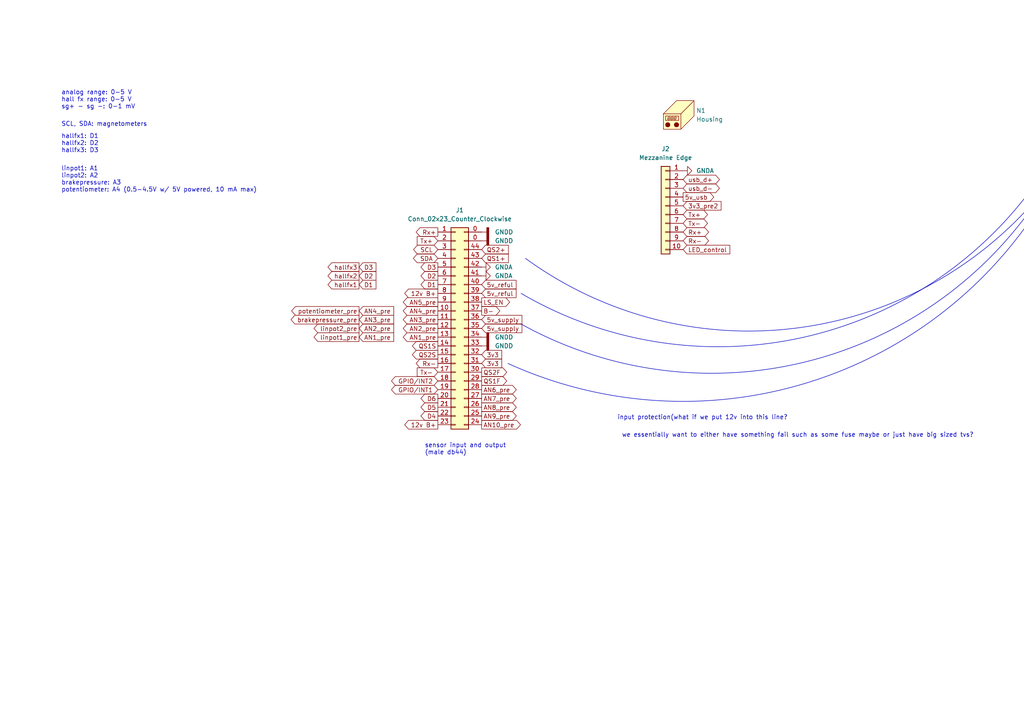
<source format=kicad_sch>
(kicad_sch (version 20231120) (generator "eeschema") (generator_version "8.0")
  (paper "A4")
  (lib_symbols
    (symbol "Connector_Generic:Conn_01x10" (pin_names (offset 1.016) hide)
      (property "Reference" "J" (at 0 12.7 0))
      (property "Value" "Conn_01x10" (at 0 -15.24 0))
      (symbol "Conn_01x10_1_1"
        (rectangle (start -1.27 -12.573) (end 0 -12.827) (stroke (width 0.1524)))
        (rectangle (start -1.27 -10.033) (end 0 -10.287) (stroke (width 0.1524)))
        (rectangle (start -1.27 -7.493) (end 0 -7.747) (stroke (width 0.1524)))
        (rectangle (start -1.27 -4.953) (end 0 -5.207) (stroke (width 0.1524)))
        (rectangle (start -1.27 -2.413) (end 0 -2.667) (stroke (width 0.1524)))
        (rectangle (start -1.27 0.127) (end 0 -0.127) (stroke (width 0.1524)))
        (rectangle (start -1.27 2.667) (end 0 2.413) (stroke (width 0.1524)))
        (rectangle (start -1.27 5.207) (end 0 4.953) (stroke (width 0.1524)))
        (rectangle (start -1.27 7.747) (end 0 7.493) (stroke (width 0.1524)))
        (rectangle (start -1.27 10.287) (end 0 10.033) (stroke (width 0.1524)))
        (rectangle (start -1.27 11.43) (end 1.27 -13.97) (stroke (width 0.254)) (fill (type background)))
        (pin passive line (at -5.08 10.16 0) (length 3.81) (name "Pin_1") (number "1"))
        (pin passive line (at -5.08 -12.7 0) (length 3.81) (name "Pin_10") (number "10"))
        (pin passive line (at -5.08 7.62 0) (length 3.81) (name "Pin_2") (number "2"))
        (pin passive line (at -5.08 5.08 0) (length 3.81) (name "Pin_3") (number "3"))
        (pin passive line (at -5.08 2.54 0) (length 3.81) (name "Pin_4") (number "4"))
        (pin passive line (at -5.08 0 0) (length 3.81) (name "Pin_5") (number "5"))
        (pin passive line (at -5.08 -2.54 0) (length 3.81) (name "Pin_6") (number "6"))
        (pin passive line (at -5.08 -5.08 0) (length 3.81) (name "Pin_7") (number "7"))
        (pin passive line (at -5.08 -7.62 0) (length 3.81) (name "Pin_8") (number "8"))
        (pin passive line (at -5.08 -10.16 0) (length 3.81) (name "Pin_9") (number "9"))
      )
    )
    (symbol "Connector_Generic:Conn_02x23_Counter_Clockwise" (pin_names (offset 1.016) hide)
      (property "Reference" "J2" (at 1.27 34.29 0))
      (property "Value" "Conn_02x23_Counter_Clockwise" (at 1.27 31.75 0))
      (symbol "Conn_02x23_Counter_Clockwise_1_1"
        (rectangle (start -1.27 -27.813) (end 0 -28.067) (stroke (width 0.1524)))
        (rectangle (start -1.27 -25.273) (end 0 -25.527) (stroke (width 0.1524)))
        (rectangle (start -1.27 -22.733) (end 0 -22.987) (stroke (width 0.1524)))
        (rectangle (start -1.27 -20.193) (end 0 -20.447) (stroke (width 0.1524)))
        (rectangle (start -1.27 -17.653) (end 0 -17.907) (stroke (width 0.1524)))
        (rectangle (start -1.27 -15.113) (end 0 -15.367) (stroke (width 0.1524)))
        (rectangle (start -1.27 -12.573) (end 0 -12.827) (stroke (width 0.1524)))
        (rectangle (start -1.27 -10.033) (end 0 -10.287) (stroke (width 0.1524)))
        (rectangle (start -1.27 -7.493) (end 0 -7.747) (stroke (width 0.1524)))
        (rectangle (start -1.27 -4.953) (end 0 -5.207) (stroke (width 0.1524)))
        (rectangle (start -1.27 -2.413) (end 0 -2.667) (stroke (width 0.1524)))
        (rectangle (start -1.27 0.127) (end 0 -0.127) (stroke (width 0.1524)))
        (rectangle (start -1.27 2.667) (end 0 2.413) (stroke (width 0.1524)))
        (rectangle (start -1.27 5.207) (end 0 4.953) (stroke (width 0.1524)))
        (rectangle (start -1.27 7.747) (end 0 7.493) (stroke (width 0.1524)))
        (rectangle (start -1.27 10.287) (end 0 10.033) (stroke (width 0.1524)))
        (rectangle (start -1.27 12.827) (end 0 12.573) (stroke (width 0.1524)))
        (rectangle (start -1.27 15.367) (end 0 15.113) (stroke (width 0.1524)))
        (rectangle (start -1.27 17.907) (end 0 17.653) (stroke (width 0.1524)))
        (rectangle (start -1.27 20.447) (end 0 20.193) (stroke (width 0.1524)))
        (rectangle (start -1.27 22.987) (end 0 22.733) (stroke (width 0.1524)))
        (rectangle (start -1.27 25.527) (end 0 25.273) (stroke (width 0.1524)))
        (rectangle (start -1.27 28.067) (end 0 27.813) (stroke (width 0.1524)))
        (rectangle (start -1.27 29.21) (end 3.81 -29.21) (stroke (width 0.254)) (fill (type background)))
        (rectangle (start 3.81 -27.813) (end 2.54 -28.067) (stroke (width 0.1524)))
        (rectangle (start 3.81 -25.273) (end 2.54 -25.527) (stroke (width 0.1524)))
        (rectangle (start 3.81 -22.733) (end 2.54 -22.987) (stroke (width 0.1524)))
        (rectangle (start 3.81 -20.193) (end 2.54 -20.447) (stroke (width 0.1524)))
        (rectangle (start 3.81 -17.653) (end 2.54 -17.907) (stroke (width 0.1524)))
        (rectangle (start 3.81 -15.113) (end 2.54 -15.367) (stroke (width 0.1524)))
        (rectangle (start 3.81 -12.573) (end 2.54 -12.827) (stroke (width 0.1524)))
        (rectangle (start 3.81 -10.033) (end 2.54 -10.287) (stroke (width 0.1524)))
        (rectangle (start 3.81 -7.493) (end 2.54 -7.747) (stroke (width 0.1524)))
        (rectangle (start 3.81 -4.953) (end 2.54 -5.207) (stroke (width 0.1524)))
        (rectangle (start 3.81 -2.413) (end 2.54 -2.667) (stroke (width 0.1524)))
        (rectangle (start 3.81 0.127) (end 2.54 -0.127) (stroke (width 0.1524)))
        (rectangle (start 3.81 2.667) (end 2.54 2.413) (stroke (width 0.1524)))
        (rectangle (start 3.81 5.207) (end 2.54 4.953) (stroke (width 0.1524)))
        (rectangle (start 3.81 7.747) (end 2.54 7.493) (stroke (width 0.1524)))
        (rectangle (start 3.81 10.287) (end 2.54 10.033) (stroke (width 0.1524)))
        (rectangle (start 3.81 12.827) (end 2.54 12.573) (stroke (width 0.1524)))
        (rectangle (start 3.81 15.367) (end 2.54 15.113) (stroke (width 0.1524)))
        (rectangle (start 3.81 17.907) (end 2.54 17.653) (stroke (width 0.1524)))
        (rectangle (start 3.81 20.447) (end 2.54 20.193) (stroke (width 0.1524)))
        (rectangle (start 3.81 22.987) (end 2.54 22.733) (stroke (width 0.1524)))
        (rectangle (start 3.81 25.527) (end 2.54 25.273) (stroke (width 0.1524)))
        (rectangle (start 3.81 28.067) (end 2.54 27.813) (stroke (width 0.1524)))
        (pin passive line (at 7.62 25.4 180) (length 3.81) (name "Pin_45") (number "0"))
        (pin passive line (at 7.62 27.94 180) (length 3.81) (name "Pin_46") (number "0"))
        (pin passive line (at -5.08 27.94 0) (length 3.81) (name "Pin_1") (number "1"))
        (pin passive line (at -5.08 5.08 0) (length 3.81) (name "Pin_10") (number "10"))
        (pin passive line (at -5.08 2.54 0) (length 3.81) (name "Pin_11") (number "11"))
        (pin passive line (at -5.08 0 0) (length 3.81) (name "Pin_12") (number "12"))
        (pin passive line (at -5.08 -2.54 0) (length 3.81) (name "Pin_13") (number "13"))
        (pin passive line (at -5.08 -5.08 0) (length 3.81) (name "Pin_14") (number "14"))
        (pin passive line (at -5.08 -7.62 0) (length 3.81) (name "Pin_15") (number "15"))
        (pin passive line (at -5.08 -10.16 0) (length 3.81) (name "Pin_16") (number "16"))
        (pin passive line (at -5.08 -12.7 0) (length 3.81) (name "Pin_17") (number "17"))
        (pin passive line (at -5.08 -15.24 0) (length 3.81) (name "Pin_18") (number "18"))
        (pin passive line (at -5.08 -17.78 0) (length 3.81) (name "Pin_19") (number "19"))
        (pin passive line (at -5.08 25.4 0) (length 3.81) (name "Pin_2") (number "2"))
        (pin passive line (at -5.08 -20.32 0) (length 3.81) (name "Pin_20") (number "20"))
        (pin passive line (at -5.08 -22.86 0) (length 3.81) (name "Pin_21") (number "21"))
        (pin passive line (at -5.08 -25.4 0) (length 3.81) (name "Pin_22") (number "22"))
        (pin passive line (at -5.08 -27.94 0) (length 3.81) (name "Pin_23") (number "23"))
        (pin passive line (at 7.62 -27.94 180) (length 3.81) (name "Pin_24") (number "24"))
        (pin passive line (at 7.62 -25.4 180) (length 3.81) (name "Pin_25") (number "25"))
        (pin passive line (at 7.62 -22.86 180) (length 3.81) (name "Pin_26") (number "26"))
        (pin passive line (at 7.62 -20.32 180) (length 3.81) (name "Pin_27") (number "27"))
        (pin passive line (at 7.62 -17.78 180) (length 3.81) (name "Pin_28") (number "28"))
        (pin passive line (at 7.62 -15.24 180) (length 3.81) (name "Pin_29") (number "29"))
        (pin passive line (at -5.08 22.86 0) (length 3.81) (name "Pin_3") (number "3"))
        (pin passive line (at 7.62 -12.7 180) (length 3.81) (name "Pin_30") (number "30"))
        (pin passive line (at 7.62 -10.16 180) (length 3.81) (name "Pin_31") (number "31"))
        (pin passive line (at 7.62 -7.62 180) (length 3.81) (name "Pin_32") (number "32"))
        (pin passive line (at 7.62 -5.08 180) (length 3.81) (name "Pin_33") (number "33"))
        (pin passive line (at 7.62 -2.54 180) (length 3.81) (name "Pin_34") (number "34"))
        (pin passive line (at 7.62 0 180) (length 3.81) (name "Pin_35") (number "35"))
        (pin passive line (at 7.62 2.54 180) (length 3.81) (name "Pin_36") (number "36"))
        (pin passive line (at 7.62 5.08 180) (length 3.81) (name "Pin_37") (number "37"))
        (pin passive line (at 7.62 7.62 180) (length 3.81) (name "Pin_38") (number "38"))
        (pin passive line (at 7.62 10.16 180) (length 3.81) (name "Pin_39") (number "39"))
        (pin passive line (at -5.08 20.32 0) (length 3.81) (name "Pin_4") (number "4"))
        (pin passive line (at 7.62 12.7 180) (length 3.81) (name "Pin_40") (number "40"))
        (pin passive line (at 7.62 15.24 180) (length 3.81) (name "Pin_41") (number "41"))
        (pin passive line (at 7.62 17.78 180) (length 3.81) (name "Pin_42") (number "42"))
        (pin passive line (at 7.62 20.32 180) (length 3.81) (name "Pin_43") (number "43"))
        (pin passive line (at 7.62 22.86 180) (length 3.81) (name "Pin_44") (number "44"))
        (pin passive line (at -5.08 17.78 0) (length 3.81) (name "Pin_5") (number "5"))
        (pin passive line (at -5.08 15.24 0) (length 3.81) (name "Pin_6") (number "6"))
        (pin passive line (at -5.08 12.7 0) (length 3.81) (name "Pin_7") (number "7"))
        (pin passive line (at -5.08 10.16 0) (length 3.81) (name "Pin_8") (number "8"))
        (pin passive line (at -5.08 7.62 0) (length 3.81) (name "Pin_9") (number "9"))
      )
    )
    (symbol "Mechanical:Housing" (pin_names (offset 1.016))
      (property "Reference" "N" (at 3.81 0 0))
      (property "Value" "Housing" (at 3.81 -1.905 0))
      (symbol "Housing_0_1"
        (rectangle (start -5.08 -0.635) (end -1.27 -1.905))
        (circle (center -4.445 -3.175) (radius 0.635) (fill (type outline)))
        (circle (center -1.905 -3.175) (radius 0.635) (fill (type outline)))
        (polyline (pts (xy -4.5212 -1.5748) (xy -4.4704 -1.3716)))
        (polyline (pts (xy -4.4196 -1.6764) (xy -4.064 -1.6764)))
        (polyline (pts (xy -4.4196 -1.2192) (xy -4.3688 -0.9652)))
        (polyline (pts (xy -4.318 -1.3208) (xy -4.0132 -1.3208)))
        (polyline (pts (xy -4.2164 -0.9144) (xy -3.9116 -0.9144)))
        (polyline (pts (xy -3.9116 -1.6256) (xy -3.8608 -1.3716)))
        (polyline (pts (xy -3.81 -1.2192) (xy -3.7592 -0.9652)))
        (polyline (pts (xy -3.6068 -1.5748) (xy -3.556 -1.3716)))
        (polyline (pts (xy -3.5052 -1.6764) (xy -3.1496 -1.6764)))
        (polyline (pts (xy -3.5052 -1.2192) (xy -3.4544 -0.9652)))
        (polyline (pts (xy -3.4036 -1.3208) (xy -3.0988 -1.3208)))
        (polyline (pts (xy -3.302 -0.9144) (xy -2.9972 -0.9144)))
        (polyline (pts (xy -2.9972 -1.6256) (xy -2.9464 -1.3716)))
        (polyline (pts (xy -2.8956 -1.2192) (xy -2.8448 -0.9652)))
        (polyline (pts (xy -2.6924 -1.5748) (xy -2.6416 -1.3716)))
        (polyline (pts (xy -2.5908 -1.6764) (xy -2.2352 -1.6764)))
        (polyline (pts (xy -2.5908 -1.2192) (xy -2.54 -0.9652)))
        (polyline (pts (xy -2.4892 -1.3208) (xy -2.1844 -1.3208)))
        (polyline (pts (xy -2.3876 -0.9144) (xy -2.0828 -0.9144)))
        (polyline (pts (xy -2.0828 -1.6256) (xy -2.032 -1.3716)))
        (polyline (pts (xy -1.9812 -1.2192) (xy -1.9304 -0.9652)))
        (polyline (pts (xy -0.635 0) (xy -0.635 -4.445)))
        (polyline (pts (xy -5.715 0) (xy -0.635 0) (xy 3.175 3.81)))
        (polyline (pts (xy -5.715 0) (xy -5.715 -4.445) (xy -0.635 -4.445) (xy 3.175 -0.635) (xy 3.175 3.81) (xy -1.905 3.81) (xy -5.715 0)) (fill (type background)))
      )
    )
    (symbol "power:GNDA" (power) (pin_names (offset 0))
      (property "Value" "GNDA" (at 0 -3.81 0))
      (symbol "GNDA_0_1"
        (polyline (pts (xy 0 0) (xy 0 -1.27) (xy 1.27 -1.27) (xy 0 -2.54) (xy -1.27 -1.27) (xy 0 -1.27)))
      )
      (symbol "GNDA_1_1"
        (pin power_in line (at 0 0 270) (length 0) hide (name "GNDA") (number "1"))
      )
    )
    (symbol "power:GNDD" (power) (pin_names (offset 0))
      (property "Value" "GNDD" (at 0 -3.175 0))
      (symbol "GNDD_0_1"
        (rectangle (start -1.27 -1.524) (end 1.27 -2.032) (stroke (width 0.254)) (fill (type outline)))
        (polyline (pts (xy 0 0) (xy 0 -1.524)))
      )
      (symbol "GNDD_1_1"
        (pin power_in line (at 0 0 270) (length 0) hide (name "GNDD") (number "1"))
      )
    )
  )
  (arc (start 306.07 50.8) (mid 234.2325 94.6911) (end 152.4 74.93))
  (arc (start 309.88 44.45) (mid 241.2252 108.5973) (end 147.32 105.41))
  (arc (start 306.07 49.53) (mid 237.8059 103.8441) (end 151.13 93.98))
  (arc (start 306.07 44.45) (mid 237.0168 96.8591) (end 151.13 85.09))
  (text "SCL, SDA: magnetometers\n" (at 17.78 36.83 0) (effects (font (size 1.27 1.27)) (justify left bottom)))
  (text "sensor input and output\n(male db44)" (at 123.19 132.08 0) (effects (font (size 1.27 1.27)) (justify left bottom)))
  (text "analog range: 0-5 V\nhall fx range: 0-5 V\nsg+ - sg -: 0-1 mV" (at 17.78 31.75 0) (effects (font (size 1.27 1.27)) (justify left bottom)))
  (text "linpot1: A1\nlinpot2: A2\nbrakepressure: A3\npotentiometer: A4 (0.5-4.5V w/ 5V powered, 10 mA max)" (at 17.78 55.88 0) (effects (font (size 1.27 1.27)) (justify left bottom)))
  (text "we essentially want to either have something fail such as some fuse maybe or just have big sized tvs?" (at 180.34 127 0) (effects (font (size 1.27 1.27)) (justify left bottom)))
  (text "hallfx1: D1\nhallfx2: D2\nhallfx3: D3\n" (at 17.78 44.45 0) (effects (font (size 1.27 1.27)) (justify left bottom)))
  (text "input protection(what if we put 12v into this line?" (at 179.07 121.92 0) (effects (font (size 1.27 1.27)) (justify left bottom)))
  (global_label "3v3" (shape input) (at 139.7 102.87 0) (property "Intersheetrefs" "${INTERSHEET_REFS}" (effects (hide yes))))
  (global_label "AN3_pre" (shape input) (at 104.14 92.71 0) (property "Intersheetrefs" "${INTERSHEET_REFS}" (effects (hide yes))))
  (global_label "usb_d+" (shape bidirectional) (at 198.12 52.07 0) (property "Intersheetrefs" "${INTERSHEET_REFS}" (effects (hide yes))))
  (global_label "LED_control" (shape input) (at 198.12 72.39 0) (property "Intersheetrefs" "${INTERSHEET_REFS}" (effects (hide yes))))
  (global_label "12v B+" (shape output) (at 127 85.09 180) (property "Intersheetrefs" "${INTERSHEET_REFS}" (effects (hide yes))))
  (global_label "SDA" (shape bidirectional) (at 127 74.93 180) (property "Intersheetrefs" "${INTERSHEET_REFS}" (effects (hide yes))))
  (global_label "Rx+" (shape bidirectional) (at 198.12 67.31 0) (property "Intersheetrefs" "${INTERSHEET_REFS}" (effects (hide yes))))
  (global_label "3v3_pre2" (shape input) (at 198.12 59.69 0) (property "Intersheetrefs" "${INTERSHEET_REFS}" (effects (hide yes))))
  (global_label "GPIO{slash}INT2" (shape bidirectional) (at 127 110.49 180) (property "Intersheetrefs" "${INTERSHEET_REFS}" (effects (hide yes))))
  (global_label "hallfx1" (shape output) (at 104.14 82.55 180) (property "Intersheetrefs" "${INTERSHEET_REFS}" (effects (hide yes))))
  (global_label "AN4_pre" (shape input) (at 104.14 90.17 0) (property "Intersheetrefs" "${INTERSHEET_REFS}" (effects (hide yes))))
  (global_label "AN1_pre" (shape input) (at 104.14 97.79 0) (property "Intersheetrefs" "${INTERSHEET_REFS}" (effects (hide yes))))
  (global_label "AN6_pre" (shape output) (at 139.7 113.03 0) (property "Intersheetrefs" "${INTERSHEET_REFS}" (effects (hide yes))))
  (global_label "hallfx2" (shape output) (at 104.14 80.01 180) (property "Intersheetrefs" "${INTERSHEET_REFS}" (effects (hide yes))))
  (global_label "Tx+" (shape input) (at 127 69.85 180) (property "Intersheetrefs" "${INTERSHEET_REFS}" (effects (hide yes))))
  (global_label "AN2_pre" (shape output) (at 127 95.25 180) (property "Intersheetrefs" "${INTERSHEET_REFS}" (effects (hide yes))))
  (global_label "QS1S" (shape output) (at 127 100.33 180) (property "Intersheetrefs" "${INTERSHEET_REFS}" (effects (hide yes))))
  (global_label "brakepressure_pre" (shape output) (at 104.14 92.71 180) (property "Intersheetrefs" "${INTERSHEET_REFS}" (effects (hide yes))))
  (global_label "AN3_pre" (shape output) (at 127 92.71 180) (property "Intersheetrefs" "${INTERSHEET_REFS}" (effects (hide yes))))
  (global_label "D1" (shape input) (at 104.14 82.55 0) (property "Intersheetrefs" "${INTERSHEET_REFS}" (effects (hide yes))))
  (global_label "AN8_pre" (shape output) (at 139.7 118.11 0) (property "Intersheetrefs" "${INTERSHEET_REFS}" (effects (hide yes))))
  (global_label "3v3" (shape input) (at 139.7 105.41 0) (property "Intersheetrefs" "${INTERSHEET_REFS}" (effects (hide yes))))
  (global_label "AN7_pre" (shape output) (at 139.7 115.57 0) (property "Intersheetrefs" "${INTERSHEET_REFS}" (effects (hide yes))))
  (global_label "12v B+" (shape output) (at 127 123.19 180) (property "Intersheetrefs" "${INTERSHEET_REFS}" (effects (hide yes))))
  (global_label "D3" (shape input) (at 104.14 77.47 0) (property "Intersheetrefs" "${INTERSHEET_REFS}" (effects (hide yes))))
  (global_label "D3" (shape output) (at 127 77.47 180) (property "Intersheetrefs" "${INTERSHEET_REFS}" (effects (hide yes))))
  (global_label "QS2+" (shape input) (at 139.7 72.39 0) (property "Intersheetrefs" "${INTERSHEET_REFS}" (effects (hide yes))))
  (global_label "potentiometer_pre" (shape output) (at 104.14 90.17 180) (property "Intersheetrefs" "${INTERSHEET_REFS}" (effects (hide yes))))
  (global_label "D1" (shape output) (at 127 82.55 180) (property "Intersheetrefs" "${INTERSHEET_REFS}" (effects (hide yes))))
  (global_label "5v_reful" (shape input) (at 139.7 85.09 0) (property "Intersheetrefs" "${INTERSHEET_REFS}" (effects (hide yes))))
  (global_label "D6" (shape output) (at 127 115.57 180) (property "Intersheetrefs" "${INTERSHEET_REFS}" (effects (hide yes))))
  (global_label "hallfx3" (shape output) (at 104.14 77.47 180) (property "Intersheetrefs" "${INTERSHEET_REFS}" (effects (hide yes))))
  (global_label "5v_usb" (shape output) (at 198.12 57.15 0) (property "Intersheetrefs" "${INTERSHEET_REFS}" (effects (hide yes))))
  (global_label "usb_d-" (shape bidirectional) (at 198.12 54.61 0) (property "Intersheetrefs" "${INTERSHEET_REFS}" (effects (hide yes))))
  (global_label "B-" (shape output) (at 139.7 90.17 0) (property "Intersheetrefs" "${INTERSHEET_REFS}" (effects (hide yes))))
  (global_label "linpot2_pre" (shape output) (at 104.14 95.25 180) (property "Intersheetrefs" "${INTERSHEET_REFS}" (effects (hide yes))))
  (global_label "AN9_pre" (shape output) (at 139.7 120.65 0) (property "Intersheetrefs" "${INTERSHEET_REFS}" (effects (hide yes))))
  (global_label "5v_supply" (shape input) (at 139.7 95.25 0) (property "Intersheetrefs" "${INTERSHEET_REFS}" (effects (hide yes))))
  (global_label "D4" (shape output) (at 127 120.65 180) (property "Intersheetrefs" "${INTERSHEET_REFS}" (effects (hide yes))))
  (global_label "QS2S" (shape output) (at 127 102.87 180) (property "Intersheetrefs" "${INTERSHEET_REFS}" (effects (hide yes))))
  (global_label "Tx-" (shape input) (at 127 107.95 180) (property "Intersheetrefs" "${INTERSHEET_REFS}" (effects (hide yes))))
  (global_label "Rx-" (shape output) (at 127 105.41 180) (property "Intersheetrefs" "${INTERSHEET_REFS}" (effects (hide yes))))
  (global_label "LS_EN" (shape output) (at 139.7 87.63 0) (property "Intersheetrefs" "${INTERSHEET_REFS}" (effects (hide yes))))
  (global_label "AN4_pre" (shape output) (at 127 90.17 180) (property "Intersheetrefs" "${INTERSHEET_REFS}" (effects (hide yes))))
  (global_label "Rx+" (shape output) (at 127 67.31 180) (property "Intersheetrefs" "${INTERSHEET_REFS}" (effects (hide yes))))
  (global_label "GPIO{slash}INT1" (shape bidirectional) (at 127 113.03 180) (property "Intersheetrefs" "${INTERSHEET_REFS}" (effects (hide yes))))
  (global_label "QS1+" (shape input) (at 139.7 74.93 0) (property "Intersheetrefs" "${INTERSHEET_REFS}" (effects (hide yes))))
  (global_label "AN5_pre" (shape output) (at 127 87.63 180) (property "Intersheetrefs" "${INTERSHEET_REFS}" (effects (hide yes))))
  (global_label "Tx+" (shape bidirectional) (at 198.12 62.23 0) (property "Intersheetrefs" "${INTERSHEET_REFS}" (effects (hide yes))))
  (global_label "SCL" (shape bidirectional) (at 127 72.39 180) (property "Intersheetrefs" "${INTERSHEET_REFS}" (effects (hide yes))))
  (global_label "QS2F" (shape output) (at 139.7 107.95 0) (property "Intersheetrefs" "${INTERSHEET_REFS}" (effects (hide yes))))
  (global_label "AN10_pre" (shape output) (at 139.7 123.19 0) (property "Intersheetrefs" "${INTERSHEET_REFS}" (effects (hide yes))))
  (global_label "5v_reful" (shape input) (at 139.7 82.55 0) (property "Intersheetrefs" "${INTERSHEET_REFS}" (effects (hide yes))))
  (global_label "D2" (shape input) (at 104.14 80.01 0) (property "Intersheetrefs" "${INTERSHEET_REFS}" (effects (hide yes))))
  (global_label "AN1_pre" (shape output) (at 127 97.79 180) (property "Intersheetrefs" "${INTERSHEET_REFS}" (effects (hide yes))))
  (global_label "D5" (shape output) (at 127 118.11 180) (property "Intersheetrefs" "${INTERSHEET_REFS}" (effects (hide yes))))
  (global_label "D2" (shape output) (at 127 80.01 180) (property "Intersheetrefs" "${INTERSHEET_REFS}" (effects (hide yes))))
  (global_label "Rx-" (shape bidirectional) (at 198.12 69.85 0) (property "Intersheetrefs" "${INTERSHEET_REFS}" (effects (hide yes))))
  (global_label "linpot1_pre" (shape output) (at 104.14 97.79 180) (property "Intersheetrefs" "${INTERSHEET_REFS}" (effects (hide yes))))
  (global_label "Tx-" (shape bidirectional) (at 198.12 64.77 0) (property "Intersheetrefs" "${INTERSHEET_REFS}" (effects (hide yes))))
  (global_label "AN2_pre" (shape input) (at 104.14 95.25 0) (property "Intersheetrefs" "${INTERSHEET_REFS}" (effects (hide yes))))
  (global_label "5v_supply" (shape input) (at 139.7 92.71 0) (property "Intersheetrefs" "${INTERSHEET_REFS}" (effects (hide yes))))
  (global_label "QS1F" (shape output) (at 139.7 110.49 0) (property "Intersheetrefs" "${INTERSHEET_REFS}" (effects (hide yes))))
  (symbol (lib_id "Connector_Generic:Conn_01x10") (at 193.04 59.69 0) (mirror y) (unit 1)
    (property "Reference" "J2" (at 193.04 43.18 0))
    (property "Value" "Mezzanine Edge" (at 193.04 45.72 0))
    (property "Footprint" "21xt_footprints:Double Sided Mezzanine Card Edge_Edge Side" (effects (hide yes)))
  )
  (symbol (lib_id "power:GNDD") (at 139.7 69.85 90) (unit 1)
    (property "Reference" "#PWR050" (effects (hide yes)))
    (property "Value" "GNDD" (at 143.51 69.85 90) (effects (justify right)))
  )
  (symbol (lib_id "power:GNDD") (at 139.7 67.31 90) (unit 1)
    (property "Reference" "#PWR097" (effects (hide yes)))
    (property "Value" "GNDD" (at 143.51 67.31 90) (effects (justify right)))
  )
  (symbol (lib_id "power:GNDD") (at 139.7 97.79 90) (unit 1)
    (property "Reference" "#PWR038" (effects (hide yes)))
    (property "Value" "GNDD" (at 143.51 97.79 90) (effects (justify right)))
  )
  (symbol (lib_id "power:GNDA") (at 198.12 49.53 90) (unit 1)
    (property "Reference" "#PWR01" (effects (hide yes)))
    (property "Value" "GNDA" (at 201.93 49.53 90) (effects (justify right)))
  )
  (symbol (lib_id "Connector_Generic:Conn_02x23_Counter_Clockwise") (at 132.08 95.25 0) (unit 1)
    (property "Reference" "J1" (at 133.35 60.96 0))
    (property "Value" "Conn_02x23_Counter_Clockwise" (at 133.35 63.5 0))
    (property "Footprint" "21xt_footprints:aaren_mouser_db44_screws" (effects (hide yes)))
  )
  (symbol (lib_id "Mechanical:Housing") (at 198.12 33.02 0) (unit 1)
    (property "Reference" "N1" (at 201.93 32.0675 0) (effects (justify left)))
    (property "Value" "Housing" (at 201.93 34.6075 0) (effects (justify left)))
  )
  (symbol (lib_id "power:GNDA") (at 139.7 77.47 90) (unit 1)
    (property "Reference" "#PWR096" (effects (hide yes)))
    (property "Value" "GNDA" (at 143.51 77.47 90) (effects (justify right)))
  )
  (symbol (lib_id "power:GNDD") (at 139.7 100.33 90) (unit 1)
    (property "Reference" "#PWR037" (effects (hide yes)))
    (property "Value" "GNDD" (at 143.51 100.33 90) (effects (justify right)))
  )
  (symbol (lib_id "power:GNDA") (at 139.7 80.01 90) (unit 1)
    (property "Reference" "#PWR010" (effects (hide yes)))
    (property "Value" "GNDA" (at 143.51 80.01 90) (effects (justify right)))
  )
)
</source>
